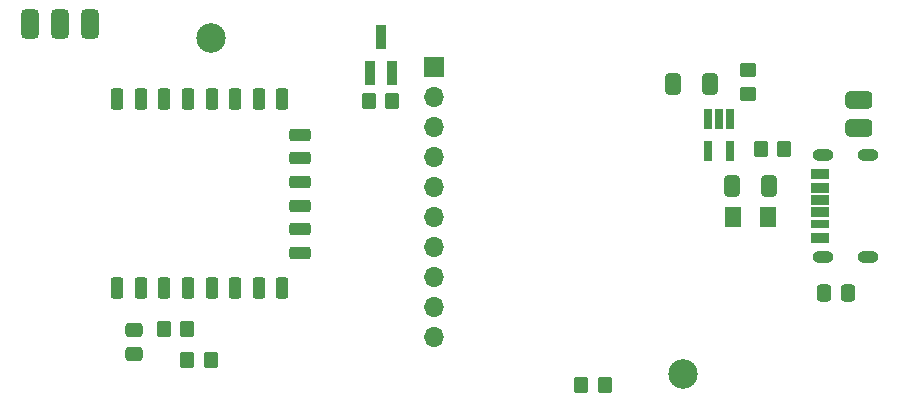
<source format=gts>
G04 #@! TF.GenerationSoftware,KiCad,Pcbnew,6.99.0-unknown-58b8d63ff8~148~ubuntu20.04.1*
G04 #@! TF.CreationDate,2022-03-11T08:50:32+05:30*
G04 #@! TF.ProjectId,espc3-vario,65737063-332d-4766-9172-696f2e6b6963,rev?*
G04 #@! TF.SameCoordinates,Original*
G04 #@! TF.FileFunction,Soldermask,Top*
G04 #@! TF.FilePolarity,Negative*
%FSLAX46Y46*%
G04 Gerber Fmt 4.6, Leading zero omitted, Abs format (unit mm)*
G04 Created by KiCad (PCBNEW 6.99.0-unknown-58b8d63ff8~148~ubuntu20.04.1) date 2022-03-11 08:50:32*
%MOMM*%
%LPD*%
G01*
G04 APERTURE LIST*
G04 Aperture macros list*
%AMRoundRect*
0 Rectangle with rounded corners*
0 $1 Rounding radius*
0 $2 $3 $4 $5 $6 $7 $8 $9 X,Y pos of 4 corners*
0 Add a 4 corners polygon primitive as box body*
4,1,4,$2,$3,$4,$5,$6,$7,$8,$9,$2,$3,0*
0 Add four circle primitives for the rounded corners*
1,1,$1+$1,$2,$3*
1,1,$1+$1,$4,$5*
1,1,$1+$1,$6,$7*
1,1,$1+$1,$8,$9*
0 Add four rect primitives between the rounded corners*
20,1,$1+$1,$2,$3,$4,$5,0*
20,1,$1+$1,$4,$5,$6,$7,0*
20,1,$1+$1,$6,$7,$8,$9,0*
20,1,$1+$1,$8,$9,$2,$3,0*%
G04 Aperture macros list end*
%ADD10RoundRect,0.250001X0.462499X0.624999X-0.462499X0.624999X-0.462499X-0.624999X0.462499X-0.624999X0*%
%ADD11RoundRect,0.250000X0.412500X0.650000X-0.412500X0.650000X-0.412500X-0.650000X0.412500X-0.650000X0*%
%ADD12RoundRect,0.250000X-0.350000X-0.450000X0.350000X-0.450000X0.350000X0.450000X-0.350000X0.450000X0*%
%ADD13RoundRect,0.250000X-0.337500X-0.475000X0.337500X-0.475000X0.337500X0.475000X-0.337500X0.475000X0*%
%ADD14RoundRect,0.275000X0.275000X-0.625000X0.275000X0.625000X-0.275000X0.625000X-0.275000X-0.625000X0*%
%ADD15RoundRect,0.275000X-0.625000X-0.275000X0.625000X-0.275000X0.625000X0.275000X-0.625000X0.275000X0*%
%ADD16RoundRect,0.250000X0.350000X0.450000X-0.350000X0.450000X-0.350000X-0.450000X0.350000X-0.450000X0*%
%ADD17R,1.700000X1.700000*%
%ADD18O,1.700000X1.700000*%
%ADD19C,2.500000*%
%ADD20RoundRect,0.250000X-0.475000X0.337500X-0.475000X-0.337500X0.475000X-0.337500X0.475000X0.337500X0*%
%ADD21RoundRect,0.381000X0.762000X0.381000X-0.762000X0.381000X-0.762000X-0.381000X0.762000X-0.381000X0*%
%ADD22RoundRect,0.050000X-0.325000X0.780000X-0.325000X-0.780000X0.325000X-0.780000X0.325000X0.780000X0*%
%ADD23RoundRect,0.050000X0.750000X-0.400000X0.750000X0.400000X-0.750000X0.400000X-0.750000X-0.400000X0*%
%ADD24R,1.500000X0.700000*%
%ADD25RoundRect,0.050000X0.750000X-0.350000X0.750000X0.350000X-0.750000X0.350000X-0.750000X-0.350000X0*%
%ADD26O,1.800000X1.000000*%
%ADD27RoundRect,0.375000X0.375000X-0.875000X0.375000X0.875000X-0.375000X0.875000X-0.375000X-0.875000X0*%
%ADD28RoundRect,0.250000X-0.450000X0.350000X-0.450000X-0.350000X0.450000X-0.350000X0.450000X0.350000X0*%
%ADD29RoundRect,0.050000X0.400000X-0.950000X0.400000X0.950000X-0.400000X0.950000X-0.400000X-0.950000X0*%
%ADD30RoundRect,0.250000X-0.412500X-0.650000X0.412500X-0.650000X0.412500X0.650000X-0.412500X0.650000X0*%
G04 APERTURE END LIST*
D10*
X154137500Y-103950000D03*
X151162500Y-103950000D03*
D11*
X149212500Y-92650000D03*
X146087500Y-92650000D03*
D12*
X138350000Y-118150000D03*
X140350000Y-118150000D03*
D13*
X158862500Y-110350000D03*
X160937500Y-110350000D03*
D14*
X99050000Y-109950000D03*
X101050000Y-109950000D03*
X103050000Y-109950000D03*
X105050000Y-109950000D03*
X107050000Y-109950000D03*
X109050000Y-109950000D03*
X111050000Y-109950000D03*
X113050000Y-109950000D03*
D15*
X114550000Y-106950000D03*
X114550000Y-104950000D03*
X114550000Y-102950000D03*
X114550000Y-100950000D03*
X114550000Y-98950000D03*
X114550000Y-96950000D03*
D14*
X113050000Y-93950000D03*
X111050000Y-93950000D03*
X109050000Y-93950000D03*
X107050000Y-93950000D03*
X105050000Y-93950000D03*
X103050000Y-93950000D03*
X101050000Y-93950000D03*
X99050000Y-93950000D03*
D16*
X122350000Y-94100000D03*
X120350000Y-94100000D03*
X105000000Y-113400000D03*
X103000000Y-113400000D03*
D17*
X125899999Y-91189999D03*
D18*
X125899999Y-93729999D03*
X125899999Y-96269999D03*
X125899999Y-98809999D03*
X125899999Y-101349999D03*
X125899999Y-103889999D03*
X125899999Y-106429999D03*
X125899999Y-108969999D03*
X125899999Y-111509999D03*
X125899999Y-114049999D03*
D19*
X147000000Y-117250000D03*
D20*
X100500000Y-113462500D03*
X100500000Y-115537500D03*
D21*
X161850000Y-96400000D03*
X161850000Y-94000000D03*
D22*
X150950000Y-95650000D03*
X150000000Y-95650000D03*
X149050000Y-95650000D03*
X149050000Y-98350000D03*
X150950000Y-98350000D03*
D23*
X158600000Y-105700000D03*
D24*
X158599999Y-104499999D03*
D25*
X158600000Y-103500000D03*
X158600000Y-102500000D03*
X158600000Y-101500000D03*
D23*
X158600000Y-100300000D03*
D26*
X158799999Y-107299999D03*
X158799999Y-98699999D03*
X162599999Y-107299999D03*
X162599999Y-98699999D03*
D27*
X91700000Y-87600000D03*
X94240000Y-87600000D03*
X96780000Y-87600000D03*
D28*
X152500000Y-91500000D03*
X152500000Y-93500000D03*
D29*
X120450000Y-91700000D03*
X122350000Y-91700000D03*
X121400000Y-88700000D03*
D12*
X105000000Y-116000000D03*
X107000000Y-116000000D03*
D19*
X107000000Y-88750000D03*
D16*
X155550000Y-98200000D03*
X153550000Y-98200000D03*
D30*
X151137500Y-101250000D03*
X154262500Y-101250000D03*
M02*

</source>
